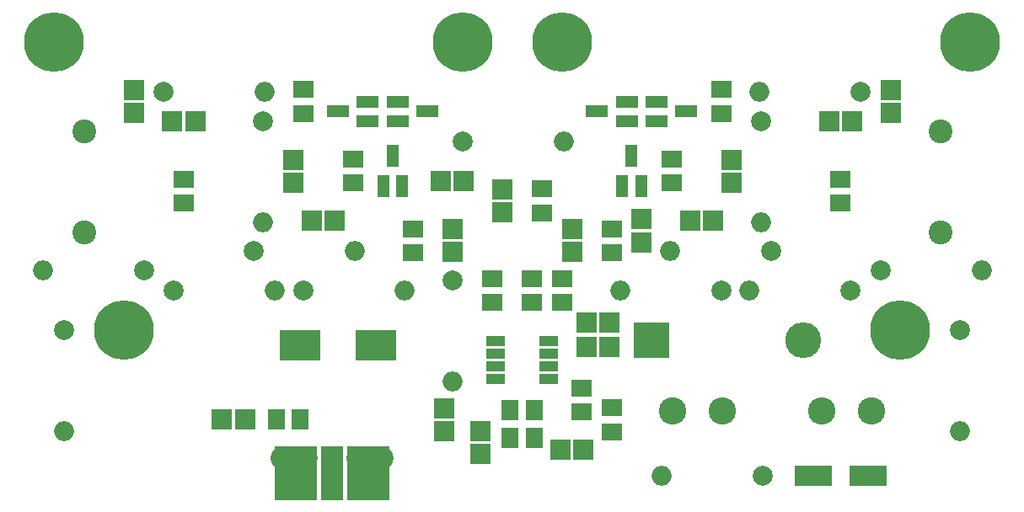
<source format=gbr>
G04 #@! TF.FileFunction,Soldermask,Top*
%FSLAX46Y46*%
G04 Gerber Fmt 4.6, Leading zero omitted, Abs format (unit mm)*
G04 Created by KiCad (PCBNEW 4.0.7-e2-6376~58~ubuntu14.04.1) date Sat Mar 16 06:29:51 2019*
%MOMM*%
%LPD*%
G01*
G04 APERTURE LIST*
%ADD10C,0.100000*%
%ADD11R,2.300000X1.200000*%
%ADD12R,1.200000X2.300000*%
%ADD13R,1.950000X1.000000*%
%ADD14C,6.000000*%
%ADD15R,2.000000X2.000000*%
%ADD16C,2.398980*%
%ADD17R,2.100000X1.800000*%
%ADD18R,1.800000X2.100000*%
%ADD19C,2.000000*%
%ADD20O,2.000000X2.000000*%
%ADD21R,3.700000X2.100000*%
%ADD22C,2.750000*%
%ADD23C,2.200000*%
%ADD24R,2.200000X5.400000*%
%ADD25R,4.360000X5.400000*%
%ADD26R,4.150000X3.100000*%
%ADD27R,3.600000X3.600000*%
%ADD28O,3.600000X3.600000*%
G04 APERTURE END LIST*
D10*
D11*
X97500000Y-43050000D03*
X97500000Y-44950000D03*
X100500000Y-44000000D03*
X94500000Y-44950000D03*
X94500000Y-43050000D03*
X91500000Y-44000000D03*
X68500000Y-44950000D03*
X68500000Y-43050000D03*
X65500000Y-44000000D03*
X71500000Y-43050000D03*
X71500000Y-44950000D03*
X74500000Y-44000000D03*
D12*
X94050000Y-51500000D03*
X95950000Y-51500000D03*
X95000000Y-48500000D03*
X70050000Y-51500000D03*
X71950000Y-51500000D03*
X71000000Y-48500000D03*
D13*
X81300000Y-67095000D03*
X81300000Y-68365000D03*
X81300000Y-69635000D03*
X81300000Y-70905000D03*
X86700000Y-70905000D03*
X86700000Y-69635000D03*
X86700000Y-68365000D03*
X86700000Y-67095000D03*
D14*
X88000000Y-37000000D03*
X37000000Y-37000000D03*
X129000000Y-37000000D03*
X78000000Y-37000000D03*
D15*
X121000000Y-44150000D03*
X121000000Y-41850000D03*
X45000000Y-44150000D03*
X45000000Y-41850000D03*
D16*
X126000000Y-46000000D03*
X126000000Y-56160000D03*
X40000000Y-46000000D03*
X40000000Y-56160000D03*
D17*
X99000000Y-51200000D03*
X99000000Y-48800000D03*
X116000000Y-53200000D03*
X116000000Y-50800000D03*
X93000000Y-73800000D03*
X93000000Y-76200000D03*
X104000000Y-44200000D03*
X104000000Y-41800000D03*
X93000000Y-55800000D03*
X93000000Y-58200000D03*
D18*
X61700000Y-75000000D03*
X59300000Y-75000000D03*
D17*
X90000000Y-71800000D03*
X90000000Y-74200000D03*
X88000000Y-63200000D03*
X88000000Y-60800000D03*
X86000000Y-51800000D03*
X86000000Y-54200000D03*
X85000000Y-63200000D03*
X85000000Y-60800000D03*
D18*
X85200000Y-74000000D03*
X82800000Y-74000000D03*
X85200000Y-76800000D03*
X82800000Y-76800000D03*
D17*
X81000000Y-60800000D03*
X81000000Y-63200000D03*
X67000000Y-51200000D03*
X67000000Y-48800000D03*
X50000000Y-53200000D03*
X50000000Y-50800000D03*
X73000000Y-55800000D03*
X73000000Y-58200000D03*
D15*
X117150000Y-45000000D03*
X114850000Y-45000000D03*
X105000000Y-48850000D03*
X105000000Y-51150000D03*
X103150000Y-55000000D03*
X100850000Y-55000000D03*
D19*
X118000000Y-42000000D03*
D20*
X107840000Y-42000000D03*
D19*
X108000000Y-45000000D03*
D20*
X108000000Y-55160000D03*
D19*
X109000000Y-58000000D03*
D20*
X98840000Y-58000000D03*
D19*
X120000000Y-60000000D03*
D20*
X130160000Y-60000000D03*
D19*
X128000000Y-66000000D03*
D20*
X128000000Y-76160000D03*
D15*
X96000000Y-57150000D03*
X96000000Y-54850000D03*
X89000000Y-55850000D03*
X89000000Y-58150000D03*
D19*
X104000000Y-62000000D03*
D20*
X93840000Y-62000000D03*
D19*
X117000000Y-62000000D03*
D20*
X106840000Y-62000000D03*
D21*
X118750000Y-80600000D03*
X113250000Y-80600000D03*
D22*
X104100000Y-74100000D03*
X99100000Y-74100000D03*
X114100000Y-74100000D03*
X119100000Y-74100000D03*
D19*
X78000000Y-47000000D03*
D20*
X88160000Y-47000000D03*
D17*
X62000000Y-44200000D03*
X62000000Y-41800000D03*
D15*
X77000000Y-55850000D03*
X77000000Y-58150000D03*
X78150000Y-51000000D03*
X75850000Y-51000000D03*
X48850000Y-45000000D03*
X51150000Y-45000000D03*
X61000000Y-48850000D03*
X61000000Y-51150000D03*
X62850000Y-55000000D03*
X65150000Y-55000000D03*
D19*
X48000000Y-42000000D03*
D20*
X58160000Y-42000000D03*
D19*
X58000000Y-45000000D03*
D20*
X58000000Y-55160000D03*
D19*
X57000000Y-58000000D03*
D20*
X67160000Y-58000000D03*
D19*
X46000000Y-60000000D03*
D20*
X35840000Y-60000000D03*
D19*
X38000000Y-66000000D03*
D20*
X38000000Y-76160000D03*
D15*
X82000000Y-51850000D03*
X82000000Y-54150000D03*
D19*
X62000000Y-62000000D03*
D20*
X72160000Y-62000000D03*
D19*
X49000000Y-62000000D03*
D20*
X59160000Y-62000000D03*
D19*
X77000000Y-61000000D03*
D20*
X77000000Y-71160000D03*
D15*
X76200000Y-73850000D03*
X76200000Y-76150000D03*
X79800000Y-78450000D03*
X79800000Y-76150000D03*
X92750000Y-67700000D03*
X90450000Y-67700000D03*
X90150000Y-78000000D03*
X87850000Y-78000000D03*
X92750000Y-65200000D03*
X90450000Y-65200000D03*
X53850000Y-75000000D03*
X56150000Y-75000000D03*
D19*
X108200000Y-80600000D03*
D20*
X98040000Y-80600000D03*
D23*
X69980000Y-78843000D03*
X59820000Y-78843000D03*
D24*
X64900000Y-80350000D03*
D25*
X61280000Y-80350000D03*
X68520000Y-80350000D03*
D23*
X67440000Y-78843000D03*
X62360000Y-78843000D03*
X64900000Y-78843000D03*
D26*
X69275000Y-67500000D03*
X61725000Y-67500000D03*
D27*
X97000000Y-67000000D03*
D28*
X112240000Y-67000000D03*
D14*
X44000000Y-66000000D03*
X122000000Y-66000000D03*
M02*

</source>
